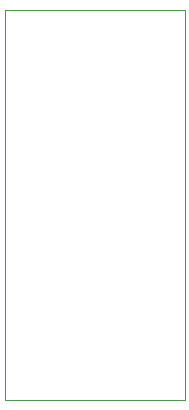
<source format=gbr>
%TF.GenerationSoftware,KiCad,Pcbnew,(5.1.7)-1*%
%TF.CreationDate,2020-10-26T18:39:22+01:00*%
%TF.ProjectId,buttons,62757474-6f6e-4732-9e6b-696361645f70,rev?*%
%TF.SameCoordinates,Original*%
%TF.FileFunction,Profile,NP*%
%FSLAX46Y46*%
G04 Gerber Fmt 4.6, Leading zero omitted, Abs format (unit mm)*
G04 Created by KiCad (PCBNEW (5.1.7)-1) date 2020-10-26 18:39:22*
%MOMM*%
%LPD*%
G01*
G04 APERTURE LIST*
%TA.AperFunction,Profile*%
%ADD10C,0.050000*%
%TD*%
G04 APERTURE END LIST*
D10*
X53340000Y-33655000D02*
X53340000Y-66675000D01*
X53975000Y-33655000D02*
X53340000Y-33655000D01*
X68580000Y-33655000D02*
X53975000Y-33655000D01*
X68580000Y-66675000D02*
X68580000Y-33655000D01*
X53340000Y-66675000D02*
X68580000Y-66675000D01*
M02*

</source>
